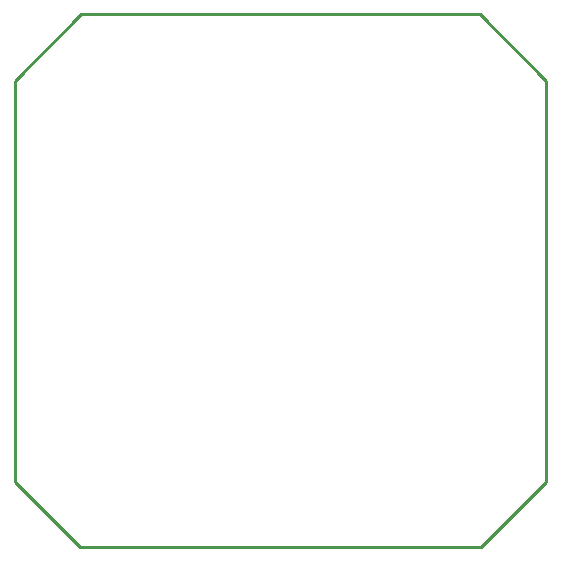
<source format=gko>
G04 Layer: BoardOutlineLayer*
G04 EasyEDA Pro v2.2.40.8, 2025-10-27 13:57:15*
G04 Gerber Generator version 0.3*
G04 Scale: 100 percent, Rotated: No, Reflected: No*
G04 Dimensions in millimeters*
G04 Leading zeros omitted, absolute positions, 4 integers and 5 decimals*
G04 Generated by one-click*
%FSLAX45Y45*%
%MOMM*%
%ADD10C,0.254*%
%ADD11C,0.1137*%
G75*


G04 PolygonModel Start*
G54D10*
G01X2198878Y4900168D02*
G01X5598922Y4900168D01*
G01X6148832Y5450078D01*
G01X6148832Y8850122D01*
G01X5588254Y9410700D01*
G01X2209546Y9410700D01*
G01X1648968Y8850122D01*
G01X1648968Y5450078D01*
G01X2198878Y4900168D01*

M02*


</source>
